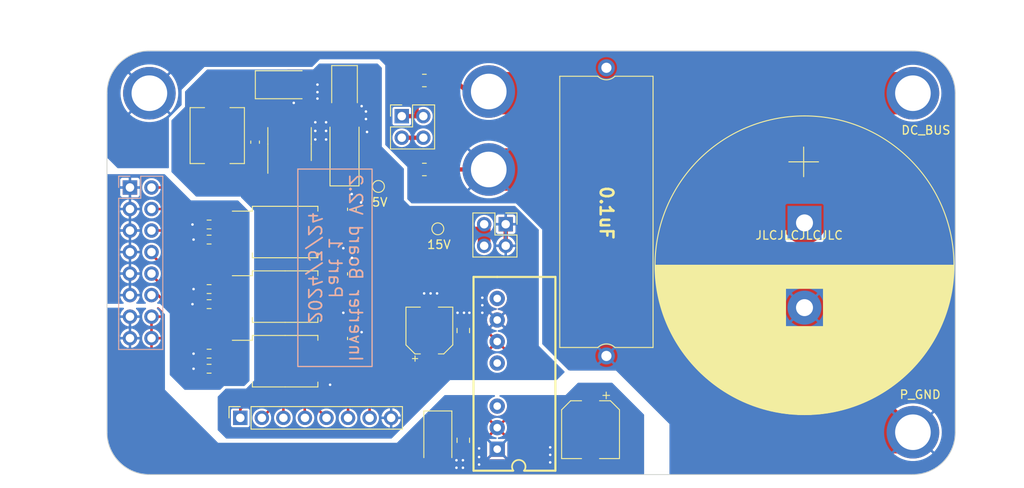
<source format=kicad_pcb>
(kicad_pcb (version 20221018) (generator pcbnew)
  (layers (0 "F.Cu" signal) (31 "B.Cu" signal) (34 "B.Paste" user) (35 "F.Paste" user) (36 "B.SilkS" user "B.Silkscreen") (37 "F.SilkS" user "F.Silkscreen") (38 "B.Mask" user) (39 "F.Mask" user) (44 "Edge.Cuts" user))
  (net 0 "")
  (net 1 "GND")
  (net 2 "+5V1")
  (net 3 "DC_BUS")
  (net 4 "/OPWM1A")
  (net 5 "/OPWM2A")
  (net 6 "/OPWM3A")
  (net 7 "/OPWM1B")
  (net 8 "/OPWM2B")
  (net 9 "/OPWM3B")
  (net 10 "Net-(U2-CB)")
  (net 11 "+15V1")
  (net 12 "/PWM1A_5V")
  (net 13 "Net-(IC1-CATHODE_1)")
  (net 14 "Net-(IC1-CATHODE_2)")
  (net 15 "/PWM2A_5V")
  (net 16 "/PWM3A_5V")
  (net 17 "Net-(IC2-CATHODE_1)")
  (net 18 "Net-(IC2-CATHODE_2)")
  (net 19 "/PWM1B_5V")
  (net 20 "/PWM2B_5V")
  (net 21 "Net-(IC3-CATHODE_1)")
  (net 22 "Net-(IC3-CATHODE_2)")
  (net 23 "/PWM3B_5V")
  (net 24 "AGND")
  (net 25 "/GND_2M")
  (net 26 "/DC_BUS_2M")
  (net 27 "Net-(D2-K)")
  (net 31 "D12VGND")
  (net 32 "D12V1")
  (footprint "Resistor_SMD:R_0805_2012Metric" (layer "F.Cu") (at 101.0625 58.85 180)
    (fp_text reference "R11" hide)
    (fp_text value "2M")
    (pad "1" smd roundrect (at -0.9125 0 180) (size 1.025 1.4) (layers "F.Cu" "F.Paste" "F.Mask") (roundrect_rratio 0.243902439) (net 1 "GND"))
    (pad "2" smd roundrect (at 0.9125 0 180) (size 1.025 1.4) (layers "F.Cu" "F.Paste" "F.Mask") (roundrect_rratio 0.243902439) (net 25 "/GND_2M"))
  )
  (footprint "Package_SO:SOIC-8_3.9x4.9mm_P1.27mm" (layer "F.Cu") (at 85.173 55.85 90)
    (fp_text reference "U2" hide)
    (fp_text value "LM2675M-5.0")
    (pad "1" smd roundrect (at -2.475 -1.905 90) (size 1.95 0.6) (layers "F.Cu" "F.Paste" "F.Mask") (net 10 "Net-(U2-CB)"))
    (pad "2" smd roundrect (at -2.475 -0.635 90) (size 1.95 0.6) (layers "F.Cu" "F.Paste" "F.Mask"))
    (pad "3" smd roundrect (at -2.475 0.635 90) (size 1.95 0.6) (layers "F.Cu" "F.Paste" "F.Mask"))
    (pad "4" smd roundrect (at -2.475 1.905 90) (size 1.95 0.6) (layers "F.Cu" "F.Paste" "F.Mask") (net 2 "+5V1"))
    (pad "5" smd roundrect (at 2.475 1.905 90) (size 1.95 0.6) (layers "F.Cu" "F.Paste" "F.Mask"))
    (pad "6" smd roundrect (at 2.475 0.635 90) (size 1.95 0.6) (layers "F.Cu" "F.Paste" "F.Mask") (net 1 "GND"))
    (pad "7" smd roundrect (at 2.475 -0.635 90) (size 1.95 0.6) (layers "F.Cu" "F.Paste" "F.Mask") (net 11 "+15V1"))
    (pad "8" smd roundrect (at 2.475 -1.905 90) (size 1.95 0.6) (layers "F.Cu" "F.Paste" "F.Mask") (net 27 "Net-(D2-K)"))
  )
  (footprint "inverter_lib:M3_smt" (layer "F.Cu") (at 108.65 58.85)
    (fp_text reference "J15" hide)
    (fp_text value "Header 2")
    (pad "1" thru_hole circle (at 0 0) (size 6.2 6.2) (drill 4.2) (layers "*.Cu" "*.Mask") (net 1 "GND"))
  )
  (footprint "inverter_lib:VRB_S-6WR3" (layer "F.Cu") (at 109.65 91.85 180)
    (fp_text reference "A1" hide)
    (fp_text value "VRB1215S-6WR3" hide)
    (pad "1" thru_hole rect (at 0 0 180) (size 1.8 1.8) (drill 0.9) (layers "*.Cu" "*.Mask") (net 31 "D12VGND"))
    (pad "2" thru_hole circle (at 0 2.54 180) (size 1.8 1.8) (drill 0.9) (layers "*.Cu" "*.Mask") (net 32 "D12V1"))
    (pad "3" thru_hole circle (at 0 5.08 180) (size 1.8 1.8) (drill 0.9) (layers "*.Cu" "*.Mask"))
    (pad "5" thru_hole circle (at 0 10.16 180) (size 1.8 1.8) (drill 0.9) (layers "*.Cu" "*.Mask"))
    (pad "6" thru_hole circle (at 0 12.7 180) (size 1.8 1.8) (drill 0.9) (layers "*.Cu" "*.Mask") (net 11 "+15V1"))
    (pad "7" thru_hole circle (at 0 15.24 180) (size 1.8 1.8) (drill 0.9) (layers "*.Cu" "*.Mask") (net 1 "GND"))
    (pad "8" thru_hole circle (at 0 17.78 180) (size 1.8 1.8) (drill 0.9) (layers "*.Cu" "*.Mask"))
  )
  (footprint "Resistor_SMD:R_0805_2012Metric" (layer "F.Cu") (at 101.0625 48.35 180)
    (fp_text reference "R10" hide)
    (fp_text value "2M")
    (pad "1" smd roundrect (at -0.9125 0 180) (size 1.025 1.4) (layers "F.Cu" "F.Paste" "F.Mask") (roundrect_rratio 0.243902439) (net 3 "DC_BUS"))
    (pad "2" smd roundrect (at 0.9125 0 180) (size 1.025 1.4) (layers "F.Cu" "F.Paste" "F.Mask") (roundrect_rratio 0.243902439) (net 26 "/DC_BUS_2M"))
  )
  (footprint "inverter_lib:M3_smt" (layer "F.Cu") (at 68.65 49.85)
    (fp_text reference "J17" hide)
    (fp_text value "Header 2")
    (pad "1" thru_hole circle (at 0 0) (size 6.2 6.2) (drill 4.2) (layers "*.Cu" "*.Mask") (net 1 "GND"))
  )
  (footprint "inverter_lib:M3_smt" (layer "F.Cu") (at 158.65 49.85)
    (fp_text reference "J6" hide)
    (fp_text value "Header 2")
    (pad "1" thru_hole circle (at 0 0) (size 6.2 6.2) (drill 4.2) (layers "*.Cu" "*.Mask") (net 3 "DC_BUS"))
  )
  (footprint "Package_SO:SOIC-8_7.5x5.85mm_P1.27mm" (layer "F.Cu") (at 84.65 66.23)
    (fp_text reference "IC1" hide)
    (fp_text value "TLP2270_D4-LF4,E")
    (pad "1" smd roundrect (at -5.325 -1.905) (size 1.8 0.6) (layers "F.Cu" "F.Paste" "F.Mask") (net 12 "/PWM1A_5V"))
    (pad "2" smd roundrect (at -5.325 -0.635) (size 1.8 0.6) (layers "F.Cu" "F.Paste" "F.Mask") (net 13 "Net-(IC1-CATHODE_1)"))
    (pad "3" smd roundrect (at -5.325 0.635) (size 1.8 0.6) (layers "F.Cu" "F.Paste" "F.Mask") (net 14 "Net-(IC1-CATHODE_2)"))
    (pad "4" smd roundrect (at -5.325 1.905) (size 1.8 0.6) (layers "F.Cu" "F.Paste" "F.Mask") (net 15 "/PWM2A_5V"))
    (pad "5" smd roundrect (at 5.325 1.905) (size 1.8 0.6) (layers "F.Cu" "F.Paste" "F.Mask") (net 1 "GND"))
    (pad "6" smd roundrect (at 5.325 0.635) (size 1.8 0.6) (layers "F.Cu" "F.Paste" "F.Mask") (net 5 "/OPWM2A"))
    (pad "7" smd roundrect (at 5.325 -0.635) (size 1.8 0.6) (layers "F.Cu" "F.Paste" "F.Mask") (net 4 "/OPWM1A"))
    (pad "8" smd roundrect (at 5.325 -1.905) (size 1.8 0.6) (layers "F.Cu" "F.Paste" "F.Mask") (net 2 "+5V1"))
  )
  (footprint "Connector_PinSocket_2.54mm:PinSocket_2x02_P2.54mm_Vertical" (layer "F.Cu") (at 110.65 65.31)
    (fp_text reference "J4" hide)
    (fp_text value "Conn_01x02_Pin")
    (pad "1" thru_hole rect (at 0 0) (size 1.7 1.7) (drill 1) (layers "*.Cu" "*.Mask") (net 1 "GND"))
    (pad "2" thru_hole oval (at -2.54 0) (size 1.7 1.7) (drill 1) (layers "*.Cu" "*.Mask") (net 11 "+15V1"))
    (pad "3" thru_hole oval (at 0 2.54) (size 1.7 1.7) (drill 1) (layers "*.Cu" "*.Mask") (net 1 "GND"))
    (pad "4" thru_hole oval (at -2.54 2.54) (size 1.7 1.7) (drill 1) (layers "*.Cu" "*.Mask") (net 11 "+15V1"))
  )
  (footprint "Capacitor_SMD:C_0805_2012Metric" (layer "F.Cu") (at 105.65 77.85 -90)
    (fp_text reference "C24" hide)
    (fp_text value "100nF")
    (pad "1" smd roundrect (at -0.95 0 270) (size 1 1.45) (layers "F.Cu" "F.Paste" "F.Mask") (net 1 "GND"))
    (pad "2" smd roundrect (at 0.95 0 270) (size 1 1.45) (layers "F.Cu" "F.Paste" "F.Mask") (net 11 "+15V1"))
  )
  (footprint "Package_SO:SOIC-8_7.5x5.85mm_P1.27mm" (layer "F.Cu") (at 84.65 73.85)
    (fp_text reference "IC2" hide)
    (fp_text value "TLP2270_D4-LF4,E")
    (pad "1" smd roundrect (at -5.325 -1.905) (size 1.8 0.6) (layers "F.Cu" "F.Paste" "F.Mask") (net 16 "/PWM3A_5V"))
    (pad "2" smd roundrect (at -5.325 -0.635) (size 1.8 0.6) (layers "F.Cu" "F.Paste" "F.Mask") (net 17 "Net-(IC2-CATHODE_1)"))
    (pad "3" smd roundrect (at -5.325 0.635) (size 1.8 0.6) (layers "F.Cu" "F.Paste" "F.Mask") (net 18 "Net-(IC2-CATHODE_2)"))
    (pad "4" smd roundrect (at -5.325 1.905) (size 1.8 0.6) (layers "F.Cu" "F.Paste" "F.Mask") (net 19 "/PWM1B_5V"))
    (pad "5" smd roundrect (at 5.325 1.905) (size 1.8 0.6) (layers "F.Cu" "F.Paste" "F.Mask") (net 1 "GND"))
    (pad "6" smd roundrect (at 5.325 0.635) (size 1.8 0.6) (layers "F.Cu" "F.Paste" "F.Mask") (net 7 "/OPWM1B"))
    (pad "7" smd roundrect (at 5.325 -0.635) (size 1.8 0.6) (layers "F.Cu" "F.Paste" "F.Mask") (net 6 "/OPWM3A"))
    (pad "8" smd roundrect (at 5.325 -1.905) (size 1.8 0.6) (layers "F.Cu" "F.Paste" "F.Mask") (net 2 "+5V1"))
  )
  (footprint "Resistor_SMD:R_0603_1608Metric" (layer "F.Cu") (at 75.688 65.341 180)
    (fp_text reference "R1" hide)
    (fp_text value "750R")
    (pad "1" smd roundrect (at -0.825 0 180) (size 0.8 0.95) (layers "F.Cu" "F.Paste" "F.Mask") (net 13 "Net-(IC1-CATHODE_1)"))
    (pad "2" smd roundrect (at 0.825 0 180) (size 0.8 0.95) (layers "F.Cu" "F.Paste" "F.Mask") (net 24 "AGND"))
  )
  (footprint "inverter_lib:M3_smt" (layer "F.Cu") (at 108.65 49.65)
    (fp_text reference "J14" hide)
    (fp_text value "Header 2")
    (pad "1" thru_hole circle (at 0 0) (size 6.2 6.2) (drill 4.2) (layers "*.Cu" "*.Mask") (net 3 "DC_BUS"))
  )
  (footprint "Package_SO:SOIC-8_7.5x5.85mm_P1.27mm" (layer "F.Cu") (at 84.65 81.47)
    (fp_text reference "IC3" hide)
    (fp_text value "TLP2270_D4-LF4,E")
    (pad "1" smd roundrect (at -5.325 -1.905) (size 1.8 0.6) (layers "F.Cu" "F.Paste" "F.Mask") (net 20 "/PWM2B_5V"))
    (pad "2" smd roundrect (at -5.325 -0.635) (size 1.8 0.6) (layers "F.Cu" "F.Paste" "F.Mask") (net 21 "Net-(IC3-CATHODE_1)"))
    (pad "3" smd roundrect (at -5.325 0.635) (size 1.8 0.6) (layers "F.Cu" "F.Paste" "F.Mask") (net 22 "Net-(IC3-CATHODE_2)"))
    (pad "4" smd roundrect (at -5.325 1.905) (size 1.8 0.6) (layers "F.Cu" "F.Paste" "F.Mask") (net 23 "/PWM3B_5V"))
    (pad "5" smd roundrect (at 5.325 1.905) (size 1.8 0.6) (layers "F.Cu" "F.Paste" "F.Mask") (net 1 "GND"))
    (pad "6" smd roundrect (at 5.325 0.635) (size 1.8 0.6) (layers "F.Cu" "F.Paste" "F.Mask") (net 9 "/OPWM3B"))
    (pad "7" smd roundrect (at 5.325 -0.635) (size 1.8 0.6) (layers "F.Cu" "F.Paste" "F.Mask") (net 8 "/OPWM2B"))
    (pad "8" smd roundrect (at 5.325 -1.905) (size 1.8 0.6) (layers "F.Cu" "F.Paste" "F.Mask") (net 2 "+5V1"))
  )
  (footprint "Capacitor_Tantalum_SMD:CP_EIA-3528-21_Kemet-B_Pad1.50x2.35mm_HandSolder" (layer "F.Cu") (at 91.65 49.225 -90)
    (fp_text reference "C35" hide)
    (fp_text value "15uF 50V Tantalum")
    (pad "1" smd roundrect (at -1.625 0 270) (size 1.5 2.35) (layers "F.Cu" "F.Paste" "F.Mask") (roundrect_rratio 0.1666673333) (net 11 "+15V1"))
    (pad "2" smd roundrect (at 1.625 0 270) (size 1.5 2.35) (layers "F.Cu" "F.Paste" "F.Mask") (roundrect_rratio 0.1666673333) (net 1 "GND"))
  )
  (footprint "Connector_PinSocket_2.54mm:PinSocket_2x02_P2.54mm_Vertical" (layer "F.Cu") (at 98.4 52.56 90)
    (fp_text reference "J5" hide)
    (fp_text value "Conn_01x02_Pin")
    (pad "1" thru_hole rect (at 0 0 90) (size 1.7 1.7) (drill 1) (layers "*.Cu" "*.Mask") (net 26 "/DC_BUS_2M"))
    (pad "2" thru_hole oval (at -2.54 0 90) (size 1.7 1.7) (drill 1) (layers "*.Cu" "*.Mask") (net 25 "/GND_2M"))
    (pad "3" thru_hole oval (at 0 2.54 90) (size 1.7 1.7) (drill 1) (layers "*.Cu" "*.Mask") (net 26 "/DC_BUS_2M"))
    (pad "4" thru_hole oval (at -2.54 2.54 90) (size 1.7 1.7) (drill 1) (layers "*.Cu" "*.Mask") (net 25 "/GND_2M"))
  )
  (footprint "Resistor_SMD:R_0603_1608Metric" (layer "F.Cu") (at 75.688 67.119 180)
    (fp_text reference "R2" hide)
    (fp_text value "750R")
    (pad "1" smd roundrect (at -0.825 0 180) (size 0.8 0.95) (layers "F.Cu" "F.Paste" "F.Mask") (net 14 "Net-(IC1-CATHODE_2)"))
    (pad "2" smd roundrect (at 0.825 0 180) (size 0.8 0.95) (layers "F.Cu" "F.Paste" "F.Mask") (net 24 "AGND"))
  )
  (footprint "inverter_lib:M3_smt" (layer "F.Cu") (at 158.65 89.85)
    (fp_text reference "J7" hide)
    (fp_text value "Header 2")
    (pad "1" thru_hole circle (at 0 0) (size 6.2 6.2) (drill 4.2) (layers "*.Cu" "*.Mask") (net 1 "GND"))
  )
  (footprint "Diode_SMD:D_SMA" (layer "F.Cu") (at 84.65 48.85)
    (fp_text reference "D2" hide)
    (fp_text value "1N5819")
    (pad "1" smd roundrect (at -2 0) (size 2.5 1.8) (layers "F.Cu" "F.Paste" "F.Mask") (roundrect_rratio 0.1388888889) (net 27 "Net-(D2-K)"))
    (pad "2" smd roundrect (at 2 0) (size 2.5 1.8) (layers "F.Cu" "F.Paste" "F.Mask") (roundrect_rratio 0.1388888889) (net 1 "GND"))
  )
  (footprint "Diode_SMD:D_SMA" (layer "F.Cu") (at 102.65 90.85 -90)
    (fp_text reference "D4" hide)
    (fp_text value "1N5819")
    (pad "1" smd roundrect (at -2 0 270) (size 2.5 1.8) (layers "F.Cu" "F.Paste" "F.Mask") (roundrect_rratio 0.1388888889) (net 32 "D12V1"))
    (pad "2" smd roundrect (at 2 0 270) (size 2.5 1.8) (layers "F.Cu" "F.Paste" "F.Mask") (roundrect_rratio 0.1388888889) (net 31 "D12VGND"))
  )
  (footprint "Capacitor_SMD:CP_Elec_6.3x7.7" (layer "F.Cu") (at 120.65 89.55 -90)
    (fp_text reference "C23" hide)
    (fp_text value "100uf 50V")
    (pad "1" smd roundrect (at -2.7 0 270) (size 3.5 1.6) (layers "F.Cu" "F.Paste" "F.Mask") (roundrect_rratio 0.15625) (net 32 "D12V1"))
    (pad "2" smd roundrect (at 2.7 0 270) (size 3.5 1.6) (layers "F.Cu" "F.Paste" "F.Mask") (roundrect_rratio 0.15625) (net 31 "D12VGND"))
  )
  (footprint "Resistor_SMD:R_0603_1608Metric" (layer "F.Cu") (at 75.688 74.739 180)
    (fp_text reference "R5" hide)
    (fp_text value "750R")
    (pad "1" smd roundrect (at -0.825 0 180) (size 0.8 0.95) (layers "F.Cu" "F.Paste" "F.Mask") (net 18 "Net-(IC2-CATHODE_2)"))
    (pad "2" smd roundrect (at 0.825 0 180) (size 0.8 0.95) (layers "F.Cu" "F.Paste" "F.Mask") (net 24 "AGND"))
  )
  (footprint "Connector_PinSocket_2.54mm:PinSocket_1x08_P2.54mm_Vertical" (layer "F.Cu") (at 79.366 88.157 90)
    (fp_text reference "J3" hide)
    (fp_text value "Conn_01x08_Pin")
    (pad "1" thru_hole rect (at 0 0 90) (size 1.7 1.7) (drill 1) (layers "*.Cu" "*.Mask") (net 4 "/OPWM1A"))
    (pad "2" thru_hole oval (at 0 2.54 90) (size 1.7 1.7) (drill 1) (layers "*.Cu" "*.Mask") (net 5 "/OPWM2A"))
    (pad "3" thru_hole oval (at 0 5.08 90) (size 1.7 1.7) (drill 1) (layers "*.Cu" "*.Mask") (net 6 "/OPWM3A"))
    (pad "4" thru_hole oval (at 0 7.62 90) (size 1.7 1.7) (drill 1) (layers "*.Cu" "*.Mask") (net 7 "/OPWM1B"))
    (pad "5" thru_hole oval (at 0 10.16 90) (size 1.7 1.7) (drill 1) (layers "*.Cu" "*.Mask") (net 8 "/OPWM2B"))
    (pad "6" thru_hole oval (at 0 12.7 90) (size 1.7 1.7) (drill 1) (layers "*.Cu" "*.Mask") (net 9 "/OPWM3B"))
    (pad "7" thru_hole oval (at 0 15.24 90) (size 1.7 1.7) (drill 1) (layers "*.Cu" "*.Mask") (net 2 "+5V1"))
    (pad "8" thru_hole oval (at 0 17.78 90) (size 1.7 1.7) (drill 1) (layers "*.Cu" "*.Mask") (net 1 "GND"))
  )
  (footprint "Resistor_SMD:R_0603_1608Metric" (layer "F.Cu") (at 75.688 72.961 180)
    (fp_text reference "R4" hide)
    (fp_text value "750R")
    (pad "1" smd roundrect (at -0.825 0 180) (size 0.8 0.95) (layers "F.Cu" "F.Paste" "F.Mask") (net 17 "Net-(IC2-CATHODE_1)"))
    (pad "2" smd roundrect (at 0.825 0 180) (size 0.8 0.95) (layers "F.Cu" "F.Paste" "F.Mask") (net 24 "AGND"))
  )
  (footprint "Capacitor_SMD:C_0603_1608Metric" (layer "F.Cu") (at 92.515 63.55 -90)
    (fp_text reference "C1" hide)
    (fp_text value "100nf")
    (pad "1" smd roundrect (at -0.775 0 270) (size 0.9 0.95) (layers "F.Cu" "F.Paste" "F.Mask") (net 1 "GND"))
    (pad "2" smd roundrect (at 0.775 0 270) (size 0.9 0.95) (layers "F.Cu" "F.Paste" "F.Mask") (net 2 "+5V1"))
  )
  (footprint "Capacitor_SMD:C_0805_2012Metric" (layer "F.Cu") (at 105.65 90.8 90)
    (fp_text reference "C22" hide)
    (fp_text value "100nF")
    (pad "1" smd roundrect (at -0.95 0 90) (size 1 1.45) (layers "F.Cu" "F.Paste" "F.Mask") (net 31 "D12VGND"))
    (pad "2" smd roundrect (at 0.95 0 90) (size 1 1.45) (layers "F.Cu" "F.Paste" "F.Mask") (net 32 "D12V1"))
  )
  (footprint "Capacitor_SMD:CP_Elec_5x5.4" (layer "F.Cu") (at 101.65 77.85 90)
    (fp_text reference "C25" hide)
    (fp_text value "22uf 25V")
    (pad "1" smd roundrect (at -2.2 0 90) (size 3 1.6) (layers "F.Cu" "F.Paste" "F.Mask") (roundrect_rratio 0.15625) (net 11 "+15V1"))
    (pad "2" smd roundrect (at 2.2 0 90) (size 3 1.6) (layers "F.Cu" "F.Paste" "F.Mask") (roundrect_rratio 0.15625) (net 1 "GND"))
  )
  (footprint "TestPoint:TestPoint_Pad_D1.0mm" (layer "F.Cu") (at 102.65 65.85 180)
    (fp_text reference "TP7" hide)
    (fp_text value "Test15V")
    (pad "1" smd circle (at 0 0 180) (size 1 1) (layers "F.Cu" "F.Mask") (net 11 "+15V1"))
  )
  (footprint "Resistor_SMD:R_0603_1608Metric" (layer "F.Cu") (at 75.688 82.359 180)
    (fp_text reference "R9" hide)
    (fp_text value "750R")
    (pad "1" smd roundrect (at -0.825 0 180) (size 0.8 0.95) (layers "F.Cu" "F.Paste" "F.Mask") (net 22 "Net-(IC3-CATHODE_2)"))
    (pad "2" smd roundrect (at 0.825 0 180) (size 0.8 0.95) (layers "F.Cu" "F.Paste" "F.Mask") (net 24 "AGND"))
  )
  (footprint "Capacitor_SMD:C_0603_1608Metric" (layer "F.Cu") (at 92.515 71.17 -90)
    (fp_text reference "C2" hide)
    (fp_text value "100nf")
    (pad "1" smd roundrect (at -0.775 0 270) (size 0.9 0.95) (layers "F.Cu" "F.Paste" "F.Mask") (net 1 "GND"))
    (pad "2" smd roundrect (at 0.775 0 270) (size 0.9 0.95) (layers "F.Cu" "F.Paste" "F.Mask") (net 2 "+5V1"))
  )
  (footprint "self_lib:无感电容" (layer "F.Cu") (at 122.52 63.85)
    (fp_text reference "REF**" hide)
    (fp_text value "无感电容")
    (pad "1" thru_hole circle (at 0 -17) (size 2 2) (drill 1.2) (layers "*.Cu" "*.Mask") (net 3 "DC_BUS"))
    (pad "2" thru_hole circle (at 0 17) (size 2 2) (drill 1.2) (layers "*.Cu" "*.Mask") (net 1 "GND"))
  )
  (footprint "Capacitor_SMD:C_0603_1608Metric" (layer "F.Cu") (at 81.109 55.625 90)
    (fp_text reference "C34" hide)
    (fp_text value "10nF")
    (pad "1" smd roundrect (at -0.775 0 90) (size 0.9 0.95) (layers "F.Cu" "F.Paste" "F.Mask") (net 10 "Net-(U2-CB)"))
    (pad "2" smd roundrect (at 0.775 0 90) (size 0.9 0.95) (layers "F.Cu" "F.Paste" "F.Mask") (net 27 "Net-(D2-K)"))
  )
  (footprint "Capacitor_SMD:C_0603_1608Metric" (layer "F.Cu") (at 92.515 78.79 -90)
    (fp_text reference "C3" hide)
    (fp_text value "100nf")
    (pad "1" smd roundrect (at -0.775 0 270) (size 0.9 0.95) (layers "F.Cu" "F.Paste" "F.Mask") (net 1 "GND"))
    (pad "2" smd roundrect (at 0.775 0 270) (size 0.9 0.95) (layers "F.Cu" "F.Paste" "F.Mask") (net 2 "+5V1"))
  )
  (footprint "Capacitor_Tantalum_SMD:CP_EIA-6032-28_Kemet-C_Pad2.25x2.35mm_HandSolder" (layer "F.Cu") (at 91.65 56.85 90)
    (fp_text reference "C36" hide)
    (fp_text value "68uF 16V Tantalum")
    (pad "1" smd roundrect (at -2.55 0 90) (size 2.25 2.35) (layers "F.Cu" "F.Paste" "F.Mask") (roundrect_rratio 0.1111111111) (net 2 "+5V1"))
    (pad "2" smd roundrect (at 2.55 0 90) (size 2.25 2.35) (layers "F.Cu" "F.Paste" "F.Mask") (roundrect_rratio 0.1111111111) (net 1 "GND"))
  )
  (footprint "Capacitor_THT:CP_Radial_D35.0mm_P10.00mm_SnapIn" (layer "F.Cu") (at 145.87 65.15 -90)
    (fp_text reference "C4" hide)
    (fp_text value "390uF/450V")
    (pad "1" thru_hole rect (at 0 0 270) (size 4 4) (drill 2) (layers "*.Cu" "*.Mask") (net 3 "DC_BUS"))
    (pad "2" thru_hole circle (at 10 0 270) (size 4 4) (drill 2) (layers "*.Cu" "*.Mask") (net 1 "GND"))
  )
  (footprint "Resistor_SMD:R_0603_1608Metric" (layer "F.Cu") (at 75.688 80.581 180)
    (fp_text reference "R8" hide)
    (fp_text value "750R")
    (pad "1" smd roundrect (at -0.825 0 180) (size 0.8 0.95) (layers "F.Cu" "F.Paste" "F.Mask") (net 21 "Net-(IC3-CATHODE_1)"))
    (pad "2" smd roundrect (at 0.825 0 180) (size 0.8 0.95) (layers "F.Cu" "F.Paste" "F.Mask") (net 24 "AGND"))
  )
  (footprint "TestPoint:TestPoint_Pad_D1.0mm" (layer "F.Cu") (at 95.65 60.85)
    (fp_text reference "TP8" hide)
    (fp_text value "Test5V")
    (pad "1" smd circle (at 0 0) (size 1 1) (layers "F.Cu" "F.Mask") (net 2 "+5V1"))
  )
  (footprint "Inductor_SMD:L_6.3x6.3_H3" (layer "F.Cu") (at 76.65 54.85 -90)
    (fp_text reference "L2" hide)
    (fp_text value "47uH")
    (pad "1" smd rect (at -2.75 0 270) (size 1.5 2.4) (layers "F.Cu" "F.Paste" "F.Mask") (net 27 "Net-(D2-K)"))
    (pad "2" smd rect (at 2.75 0 270) (size 1.5 2.4) (layers "F.Cu" "F.Paste" "F.Mask") (net 2 "+5V1"))
  )
  (footprint "Connector_PinSocket_2.54mm:PinSocket_2x08_P2.54mm_Vertical" (layer "B.Cu") (at 66.36 60.975 180)
    (fp_text reference "J1" hide)
    (fp_text value "Conn_02x06_Top_Bottom")
    (pad "1" thru_hole rect (at 0 0 180) (size 1.7 1.7) (drill 1) (layers "*.Cu" "*.Mask") (net 24 "AGND"))
    (pad "2" thru_hole oval (at -2.54 0 180) (size 1.7 1.7) (drill 1) (layers "*.Cu" "*.Mask") (net 12 "/PWM1A_5V"))
    (pad "3" thru_hole oval (at 0 -2.54 180) (size 1.7 1.7) (drill 1) (layers "*.Cu" "*.Mask") (net 24 "AGND"))
    (pad "4" thru_hole oval (at -2.54 -2.54 180) (size 1.7 1.7) (drill 1) (layers "*.Cu" "*.Mask") (net 15 "/PWM2A_5V"))
    (pad "5" thru_hole oval (at 0 -5.08 180) (size 1.7 1.7) (drill 1) (layers "*.Cu" "*.Mask") (net 24 "AGND"))
    (pad "6" thru_hole oval (at -2.54 -5.08 180) (size 1.7 1.7) (drill 1) (layers "*.Cu" "*.Mask") (net 16 "/PWM3A_5V"))
    (pad "7" thru_hole oval (at 0 -7.62 180) (size 1.7 1.7) (drill 1) (layers "*.Cu" "*.Mask") (net 24 "AGND"))
    (pad "8" thru_hole oval (at -2.54 -7.62 180) (size 1.7 1.7) (drill 1) (layers "*.Cu" "*.Mask") (net 19 "/PWM1B_5V"))
    (pad "9" thru_hole oval (at 0 -10.16 180) (size 1.7 1.7) (drill 1) (layers "*.Cu" "*.Mask") (net 24 "AGND"))
    (pad "10" thru_hole oval (at -2.54 -10.16 180) (size 1.7 1.7) (drill 1) (layers "*.Cu" "*.Mask") (net 20 "/PWM2B_5V"))
    (pad "11" thru_hole oval (at 0 -12.7 180) (size 1.7 1.7) (drill 1) (layers "*.Cu" "*.Mask") (net 24 "AGND"))
    (pad "12" thru_hole oval (at -2.54 -12.7 180) (size 1.7 1.7) (drill 1) (layers "*.Cu" "*.Mask") (net 23 "/PWM3B_5V"))
    (pad "13" thru_hole oval (at 0 -15.24 180) (size 1.7 1.7) (drill 1) (layers "*.Cu" "*.Mask") (net 31 "D12VGND"))
    (pad "14" thru_hole oval (at -2.54 -15.24 180) (size 1.7 1.7) (drill 1) (layers "*.Cu" "*.Mask") (net 32 "D12V1"))
    (pad "15" thru_hole oval (at 0 -17.78 180) (size 1.7 1.7) (drill 1) (layers "*.Cu" "*.Mask") (net 31 "D12VGND"))
    (pad "16" thru_hole oval (at -2.54 -17.78 180) (size 1.7 1.7) (drill 1) (layers "*.Cu" "*.Mask") (net 32 "D12V1"))
  )
  (gr_poly (pts (xy 148.291262 52.251699) (arc (start 151.151875 52.251699) (mid 149.104062 53.099931) (end 148.25583 55.147744))) (stroke (width 0.2)) (fill solid) (layer "F.Cu"))
  (gr_poly (pts (xy 143.45 52.29) (arc (start 143.45 55.150613) (mid 142.601768 53.1028) (end 140.553955 52.254568))) (stroke (width 0.2)) (fill solid) (layer "F.Cu"))
  (gr_rect (start 86.15 58.8) (end 94.9 82.1) (stroke (width 0.15)) (fill none) (layer "B.SilkS"))
  (gr_line (start 68.65 44.85) (end 158.65 44.85) (stroke (width 0.1)) (layer "Edge.Cuts"))
  (gr_arc (start 163.65 89.85) (mid 162.185534 93.385534) (end 158.65 94.85) (stroke (width 0.1)) (layer "Edge.Cuts"))
  (gr_line (start 158.65 94.85) (end 68.65 94.85) (stroke (width 0.1)) (layer "Edge.Cuts"))
  (gr_line (start 63.65 89.85) (end 63.65 49.85) (stroke (width 0.1)) (layer "Edge.Cuts"))
  (gr_arc (start 68.65 94.85) (mid 65.114466 93.385534) (end 63.65 89.85) (stroke (width 0.1)) (layer "Edge.Cuts"))
  (gr_arc (start 63.65 49.85) (mid 65.114466 46.314466) (end 68.65 44.85) (stroke (width 0.1)) (layer "Edge.Cuts"))
  (gr_line (start 163.65 49.85) (end 163.65 89.85) (stroke (width 0.1)) (layer "Edge.Cuts"))
  (gr_arc (start 158.65 44.85) (mid 162.185534 46.314466) (end 163.65 49.85) (stroke (width 0.1)) (layer "Edge.Cuts"))
  (gr_text "Inverter Board V2.2\nPart 1\n2024/3/24" (at 87.25 70.45 270) (layer "B.SilkS") (effects (font (size 1.5 1.5) (thickness 0.2) bold) (justify bottom mirror)))
  (gr_text "DC_BUS\n" (at 157.2 54.8) (layer "F.SilkS") (effects (font (size 1 1)) (justify left bottom)))
  (gr_text "P_GND" (at 157 86) (layer "F.SilkS") (effects (font (size 1 1)) (justify left bottom)))
  (gr_text "15V" (at 101.3 68.3) (layer "F.SilkS") (effects (font (size 1 1)) (justify left bottom)))
  (gr_text "5V" (at 94.8 63.3) (layer "F.SilkS") (effects (font (size 1 1)) (justify left bottom)))
  (gr_text "0.1uF" (at 121.65 60.66 270) (layer "F.SilkS") (effects (font (size 1.5 1.5) (thickness 0.3) bold) (justify left bottom)))
  (gr_text "JLCJLCJLCJLC" (at 140 67.2) (layer "F.SilkS") (effects (font (size 1 1)) (justify left bottom)))
  (segment (start 89.975 84.225) (end 89.95 84.25) (width 0.5) (layer "F.Cu") (net 1))
  (segment (start 120.82 66.079) (end 120.82 78.69) (width 5) (layer "F.Cu") (net 1))
  (segment (start 144.69 76.33) (end 145.87 75.15) (width 5) (layer "F.Cu") (net 1))
  (segment (start 89.975 75.755) (end 91.507 75.755) (width 0.3) (layer "F.Cu") (net 1))
  (segment (start 91.507 68.135) (end 91.51 68.138) (width 0.3) (layer "F.Cu") (net 1))
  (segment (start 89.975 68.135) (end 91.507 68.135) (width 0.3) (layer "F.Cu") (net 1))
  (segment (start 122.52 80.85) (end 120.82 79.15) (width 3) (layer "F.Cu") (net 1))
  (segment (start 93.64 78.015) (end 93.669 78.044) (width 0.3) (layer "F.Cu") (net 1))
  (segment (start 101.975 58.85) (end 108.65 58.85) (width 0.5) (layer "F.Cu") (net 1))
  (segment (start 92.515 78.015) (end 93.64 78.015) (width 0.3) (layer "F.Cu") (net 1))
  (segment (start 144.69 78.69) (end 144.69 76.33) (width 5) (layer "F.Cu") (net 1))
  (segment (start 92.515 61.765) (end 92.5 61.75) (width 0.3) (layer "F.Cu") (net 1))
  (segment (start 120.82 79.15) (end 120.82 78.69) (width 3) (layer "F.Cu") (net 1))
  (segment (start 155.85 89.85) (end 158.65 89.85) (width 5) (layer "F.Cu") (net 1))
  (segment (start 92.515 70.395) (end 92.515 69.292) (width 0.3) (layer "F.Cu") (net 1))
  (segment (start 108.65 58.85) (end 113.591 58.85) (width 5) (layer "F.Cu") (net 1))
  (segment (start 113.591 58.85) (end 120.82 66.079) (width 5) (layer "F.Cu") (net 1))
  (segment (start 92.515 69.292) (end 92.526 69.281) (width 0.3) (layer "F.Cu") (net 1))
  (segment (start 93.575 62.775) (end 93.6 62.75) (width 0.3) (layer "F.Cu") (net 1))
  (segment (start 110.65 65.31) (end 110.65 67.85) (width 0.5) (layer "F.Cu") (net 1))
  (segment (start 92.515 62.775) (end 93.575 62.775) (width 0.3) (layer "F.Cu") (net 1))
  (segment (start 120.82 78.69) (end 144.69 78.69) (width 5) (layer "F.Cu") (net 1))
  (segment (start 92.515 62.775) (end 92.515 61.765) (width 0.3) (layer "F.Cu") (net 1))
  (segment (start 144.69 78.69) (end 155.85 89.85) (width 5) (layer "F.Cu") (net 1))
  (segment (start 91.507 75.755) (end 91.51 75.758) (width 0.3) (layer "F.Cu") (net 1))
  (segment (start 89.975 83.375) (end 89.975 84.225) (width 0.5) (layer "F.Cu") (net 1))
  (via (at 88.462 49.723) (size 0.5) (drill 0.3) (layers "F.Cu" "B.Cu") (net 1))
  (via (at 107.893 75.758) (size 0.5) (drill 0.3) (layers "F.Cu" "B.Cu") (net 1))
  (via (at 107.893 73.98) (size 0.5) (drill 0.3) (layers "F.Cu" "B.Cu") (net 1))
  (via (at 106.369 75.758) (size 0.5) (drill 0.3) (layers "F.Cu" "B.Cu") (net 1))
  (via (at 85.668 50.993) (size 0.5) (drill 0.3) (layers "F.Cu" "B.Cu") (net 1))
  (via (at 93.6 62.75) (size 0.5) (drill 0.3) (layers "F.Cu" "B.Cu") (net 1))
  (via (at 102.559 73.472) (size 0.5) (drill 0.3) (layers "F.Cu" "B.Cu") (net 1))
  (via (at 88.462 48.834) (size 0.5) (drill 0.3) (layers "F.Cu" "B.Cu") (net 1))
  (via (at 105.734 75.758) (size 0.5) (drill 0.3) (layers "F.Cu" "B.Cu") (net 1))
  (via (at 88.208 53.279) (size 0.5) (drill 0.3) (layers "F.Cu" "B.Cu") (net 1))
  (via (at 88.462 50.485) (size 0.5) (drill 0.3) (layers "F.Cu" "B.Cu") (net 1))
  (via (at 93.669 51.374) (size 0.5) (drill 0.3) (layers "F.Cu" "B.Cu") (net 1))
  (via (at 101.797 73.472) (size 0.5) (drill 0.3) (layers "F.Cu" "B.Cu") (net 1))
  (via (at 94.177 52.898) (size 0.5) (drill 0.3) (layers "F.Cu" "B.Cu") (net 1))
  (via (at 93.669 78.044) (size 0.5) (drill 0.3) (layers "F.Cu" "B.Cu") (net 1))
  (via (at 104.972 75.758) (size 0.5) (drill 0.3) (layers "F.Cu" "B.Cu") (net 1))
  (via (at 91.51 75.758) (size 0.5) (drill 0.3) (layers "F.Cu" "B.Cu") (net 1))
  (via (at 89.478 54.295) (size 0.5) (drill 0.3) (layers "F.Cu" "B.Cu") (net 1))
  (via (at 88.208 54.295) (size 0.5) (drill 0.3) (layers "F.Cu" "B.Cu") (net 1))
  (via (at 94.304 54.422) (size 0.5) (drill 0.3) (layers "F.Cu" "B.Cu") (net 1))
  (via (at 101.035 73.472) (size 0.5) (drill 0.3) (layers "F.Cu" "B.Cu") (net 1))
  (via (at 89.478 55.311) (size 0.5) (drill 0.3) (layers "F.Cu" "B.Cu") (net 1))
  (via (at 91.51 68.138) (size 0.5) (drill 0.3) (layers "F.Cu" "B.Cu") (net 1))
  (via (at 89.95 84.25) (size 0.5) (drill 0.3) (layers "F.Cu" "B.Cu") (net 1))
  (via (at 89.478 53.279) (size 0.5) (drill 0.3) (layers "F.Cu" "B.Cu") (net 1))
  (via (at 92.5 61.75) (size 0.5) (drill 0.3) (layers "F.Cu" "B.Cu") (net 1))
  (via (at 94.177 52.009) (size 0.5) (drill 0.3) (layers "F.Cu" "B.Cu") (net 1))
  (via (at 92.526 69.281) (size 0.5) (drill 0.3) (layers "F.Cu" "B.Cu") (net 1))
  (via (at 107.893 74.869) (size 0.5) (drill 0.3) (layers "F.Cu" "B.Cu") (net 1))
  (via (at 88.208 55.311) (size 0.5) (drill 0.3) (layers "F.Cu" "B.Cu") (net 1))
  (segment (start 92.999529 79.568) (end 94.606 79.568) (width 0.3) (layer "F.Cu") (net 2))
  (segment (start 94.606 88.157) (end 94.606 71.361) (width 0.3) (layer "F.Cu") (net 2))
  (segment (start 93.545 71.945) (end 95.193 70.297) (width 0.3) (layer "F.Cu") (net 2))
  (segment (start 92.515 79.565) (end 92.996529 79.565) (width 0.3) (layer "F.Cu") (net 2))
  (segment (start 92.996529 79.565) (end 92.999529 79.568) (width 0.3) (layer "F.Cu") (net 2))
  (segment (start 94.3675 71.1225) (end 93.545 71.945) (width 0.3) (layer "F.Cu") (net 2))
  (segment (start 95.193 70.297) (end 95.193 64.074) (width 0.3) (layer "F.Cu") (net 2))
  (segment (start 89.975 79.565) (end 92.515 79.565) (width 0.3) (layer "F.Cu") (net 2))
  (segment (start 94.606 71.361) (end 94.3675 71.1225) (width 0.3) (layer "F.Cu") (net 2))
  (segment (start 92.515 71.945) (end 93.545 71.945) (width 0.3) (layer "F.Cu") (net 2))
  (segment (start 89.975 64.325) (end 92.515 64.325) (width 0.3) (layer "F.Cu") (net 2))
  (segment (start 89.975 71.945) (end 92.515 71.945) (width 0.3) (layer "F.Cu") (net 2))
  (segment (start 104.742 48.35) (end 106.042 49.65) (width 0.5) (layer "F.Cu") (net 3))
  (segment (start 146.14 49.85) (end 158.65 49.85) (width 5) (layer "F.Cu") (net 3))
  (segment (start 146.14 49.85) (end 145.87 50.12) (width 5) (layer "F.Cu") (net 3))
  (segment (start 145.87 50.12) (end 145.87 65.15) (width 5) (layer "F.Cu") (net 3))
  (segment (start 122.52 46.85) (end 122.52 49.73) (width 3) (layer "F.Cu") (net 3))
  (segment (start 108.85 49.85) (end 108.65 49.65) (width 5) (layer "F.Cu") (net 3))
  (segment (start 122.4 49.85) (end 108.85 49.85) (width 5) (layer "F.Cu") (net 3))
  (segment (start 134.69 49.85) (end 146.14 49.85) (width 5) (layer "F.Cu") (net 3))
  (segment (start 101.975 48.35) (end 104.742 48.35) (width 0.5) (layer "F.Cu") (net 3))
  (segment (start 106.042 49.65) (end 108.65 49.65) (width 0.5) (layer "F.Cu") (net 3))
  (segment (start 134.69 49.85) (end 122.4 49.85) (width 5) (layer "F.Cu") (net 3))
  (segment (start 122.52 49.73) (end 122.4 49.85) (width 3) (layer "F.Cu") (net 3))
  (segment (start 81.4742 85.0288) (end 81.4742 70.9488) (width 0.3) (layer "F.Cu") (net 4))
  (segment (start 79.366 88.157) (end 79.366 87.137) (width 0.3) (layer "F.Cu") (net 4))
  (segment (start 79.366 87.137) (end 81.4742 85.0288) (width 0.3) (layer "F.Cu") (net 4))
  (segment (start 81.4742 70.9488) (end 86.828 65.595) (width 0.3) (layer "F.Cu") (net 4))
  (segment (start 86.828 65.595) (end 89.975 65.595) (width 0.3) (layer "F.Cu") (net 4))
  (segment (start 83.049 87.014) (end 83.049 71.0526) (width 0.3) (layer "F.Cu") (net 5))
  (segment (start 81.906 88.157) (end 83.049 87.014) (width 0.3) (layer "F.Cu") (net 5))
  (segment (start 83.049 71.0526) (end 87.2366 66.865) (width 0.3) (layer "F.Cu") (net 5))
  (segment (start 87.2366 66.865) (end 89.975 66.865) (width 0.3) (layer "F.Cu") (net 5))
  (segment (start 84.446 76.853) (end 84.446 88.157) (width 0.3) (layer "F.Cu") (net 6))
  (segment (start 88.084 73.215) (end 84.446 76.853) (width 0.3) (layer "F.Cu") (net 6))
  (segment (start 89.975 73.215) (end 88.084 73.215) (width 0.3) (layer "F.Cu") (net 6))
  (segment (start 88.1764 74.485) (end 86.966 75.6954) (width 0.3) (layer "F.Cu") (net 7))
  (segment (start 86.966 75.6954) (end 86.966 88.137) (width 0.3) (layer "F.Cu") (net 7))
  (segment (start 86.966 88.137) (end 86.986 88.157) (width 0.3) (layer "F.Cu") (net 7))
  (segment (start 89.975 74.485) (end 88.1764 74.485) (width 0.3) (layer "F.Cu") (net 7))
  (segment (start 89.975 80.835) (end 88.9638 80.835) (width 0.3) (layer "F.Cu") (net 8))
  (segment (start 88.4592 87.0902) (end 89.526 88.157) (width 0.3) (layer "F.Cu") (net 8))
  (segment (start 88.4592 81.3396) (end 88.4592 87.0902) (width 0.3) (layer "F.Cu") (net 8))
  (segment (start 88.9638 80.835) (end 88.4592 81.3396) (width 0.3) (layer "F.Cu") (net 8))
  (segment (start 91.284 82.105) (end 92.066 82.887) (width 0.3) (layer "F.Cu") (net 9))
  (segment (start 92.066 82.887) (end 92.066 88.157) (width 0.3) (layer "F.Cu") (net 9))
  (segment (start 89.975 82.105) (end 91.284 82.105) (width 0.3) (layer "F.Cu") (net 9))
  (segment (start 81.109 56.4) (end 81.109 57.809) (width 0.3) (layer "F.Cu") (net 10))
  (segment (start 83.243 58.35) (end 83.268 58.325) (width 0.3) (layer "F.Cu") (net 10))
  (segment (start 81.65 58.35) (end 83.243 58.35) (width 0.3) (layer "F.Cu") (net 10))
  (segment (start 81.109 57.809) (end 81.65 58.35) (width 0.3) (layer "F.Cu") (net 10))
  (segment (start 91.65 47.6) (end 93.1 47.6) (width 0.5) (layer "F.Cu") (net 11))
  (segment (start 107.57 65.85) (end 102.1 65.85) (width 0.5) (layer "F.Cu") (net 11))
  (segment (start 102.1 65.85) (end 102.65 65.85) (width 0.5) (layer "F.Cu") (net 11))
  (segment (start 97.6 78.95) (end 98.8 80.15) (width 0.5) (layer "F.Cu") (net 11))
  (segment (start 108.11 65.31) (end 107.57 65.85) (width 0.5) (layer "F.Cu") (net 11))
  (segment (start 98.05 59.15) (end 98.05 64.45) (width 0.5) (layer "F.Cu") (net 11))
  (segment (start 89.7 47.3) (end 85.05 47.3) (width 0.5) (layer "F.Cu") (net 11))
  (segment (start 100.4 71.25) (end 97.6 74.05) (width 0.5) (layer "F.Cu") (net 11))
  (segment (start 90 47.6) (end 89.7 47.3) (width 0.5) (layer "F.Cu") (net 11))
  (segment (start 101.55 80.15) (end 101.65 80.05) (width 0.5) (layer "F.Cu") (net 11))
  (segment (start 97.6 74.05) (end 97.6 78.95) (width 0.5) (layer "F.Cu") (net 11))
  (segment (start 95.5 50) (end 95.5 56.6) (width 0.5) (layer "F.Cu") (net 11))
  (segment (start 100.4 65.85) (end 102.1 65.85) (width 0.5) (layer "F.Cu") (net 11))
  (segment (start 98.05 64.45) (end 99.45 65.85) (width 0.5) (layer "F.Cu") (net 11))
  (segment (start 108.11 65.31) (end 108.11 67.85) (width 1.5) (layer "F.Cu") (net 11))
  (segment (start 91.65 47.6) (end 90 47.6) (width 0.5) (layer "F.Cu") (net 11))
  (segment (start 99.45 65.85) (end 100.4 65.85) (width 0.5) (layer "F.Cu") (net 11))
  (segment (start 84.538 47.812) (end 84.538 53.375) (width 0.5) (layer "F.Cu") (net 11))
  (segment (start 95.5 56.6) (end 98.05 59.15) (width 0.5) (layer "F.Cu") (net 11))
  (segment (start 100.4 65.85) (end 100.4 71.25) (width 0.5) (layer "F.Cu") (net 11))
  (segment (start 93.1 47.6) (end 95.5 50) (width 0.5) (layer "F.Cu") (net 11))
  (segment (start 98.8 80.15) (end 101.55 80.15) (width 0.5) (layer "F.Cu") (net 11))
  (segment (start 85.05 47.3) (end 84.538 47.812) (width 0.5) (layer "F.Cu") (net 11))
  (segment (start 68.9 60.975) (end 71.275 60.975) (width 0.3) (layer "F.Cu") (net 12))
  (segment (start 74.625 64.325) (end 79.325 64.325) (width 0.3) (layer "F.Cu") (net 12))
  (segment (start 71.275 60.975) (end 74.625 64.325) (width 0.3) (layer "F.Cu") (net 12))
  (segment (start 77.791 65.341) (end 76.513 65.341) (width 0.3) (layer "F.Cu") (net 13))
  (segment (start 78.045 65.595) (end 77.791 65.341) (width 0.3) (layer "F.Cu") (net 13))
  (segment (start 79.325 65.595) (end 78.045 65.595) (width 0.3) (layer "F.Cu") (net 13))
  (segment (start 77.797 67.119) (end 78.051 66.865) (width 0.3) (layer "F.Cu") (net 14))
  (segment (start 76.513 67.119) (end 77.797 67.119) (width 0.3) (layer "F.Cu") (net 14))
  (segment (start 78.051 66.865) (end 79.325 66.865) (width 0.3) (layer "F.Cu") (net 14))
  (segment (start 70.465 63.515) (end 72.85 65.9) (width 0.3) (layer "F.Cu") (net 15))
  (segment (start 68.9 63.515) (end 70.465 63.515) (width 0.3) (layer "F.Cu") (net 15))
  (segment (start 72.85 65.9) (end 72.85 66.963529) (width 0.3) (layer "F.Cu") (net 15))
  (segment (start 74.021471 68.135) (end 79.325 68.135) (width 0.3) (layer "F.Cu") (net 15))
  (segment (start 72.85 66.963529) (end 74.021471 68.135) (width 0.3) (layer "F.Cu") (net 15))
  (segment (start 71.35 67.2) (end 71.35 69.3) (width 0.3) (layer "F.Cu") (net 16))
  (segment (start 68.9 66.055) (end 70.205 66.055) (width 0.3) (layer "F.Cu") (net 16))
  (segment (start 73.995 71.945) (end 79.325 71.945) (width 0.3) (layer "F.Cu") (net 16))
  (segment (start 71.35 69.3) (end 73.995 71.945) (width 0.3) (layer "F.Cu") (net 16))
  (segment (start 70.205 66.055) (end 71.35 67.2) (width 0.3) (layer "F.Cu") (net 16))
  (segment (start 77.791 72.961) (end 78.048 73.218) (width 0.3) (layer "F.Cu") (net 17))
  (segment (start 79.322 73.218) (end 79.325 73.215) (width 0.3) (layer "F.Cu") (net 17))
  (segment (start 76.513 72.961) (end 77.791 72.961) (width 0.3) (layer "F.Cu") (net 17))
  (segment (start 78.048 73.218) (end 79.322 73.218) (width 0.3) (layer "F.Cu") (net 17))
  (segment (start 77.924 74.739) (end 78.178 74.485) (width 0.3) (layer "F.Cu") (net 18))
  (segment (start 76.513 74.739) (end 77.924 74.739) (width 0.3) (layer "F.Cu") (net 18))
  (segment (start 78.178 74.485) (end 79.325 74.485) (width 0.3) (layer "F.Cu") (net 18))
  (segment (start 78.095 75.755) (end 79.325 75.755) (width 0.3) (layer "F.Cu") (net 19))
  (segment (start 73.13 73.63) (end 73.13 75.23) (width 0.3) (layer "F.Cu") (net 19))
  (segment (start 74.75 76.85) (end 77 76.85) (width 0.3) (layer "F.Cu") (net 19))
  (segment (start 77 76.85) (end 78.095 75.755) (width 0.3) (layer "F.Cu") (net 19))
  (segment (start 70.4 70.355529) (end 70.4 70.9) (width 0.3) (layer "F.Cu") (net 19))
  (segment (start 70.4 70.9) (end 73.13 73.63) (width 0.3) (layer "F.Cu") (net 19))
  (segment (start 73.13 75.23) (end 74.75 76.85) (width 0.3) (layer "F.Cu") (net 19))
  (segment (start 68.9 68.595) (end 68.9 68.855529) (width 0.3) (layer "F.Cu") (net 19))
  (segment (start 68.9 68.855529) (end 70.4 70.355529) (width 0.3) (layer "F.Cu") (net 19))
  (segment (start 68.9 71.135) (end 68.9 71.3) (width 0.3) (layer "F.Cu") (net 20))
  (segment (start 68.9 71.3) (end 72.35 74.75) (width 0.3) (layer "F.Cu") (net 20))
  (segment (start 75.715 79.565) (end 79.325 79.565) (width 0.3) (layer "F.Cu") (net 20))
  (segment (start 72.35 74.75) (end 72.35 76.2) (width 0.3) (layer "F.Cu") (net 20))
  (segment (start 72.35 76.2) (end 75.715 79.565) (width 0.3) (layer "F.Cu") (net 20))
  (segment (start 77.9182 80.835) (end 79.325 80.835) (width 0.3) (layer "F.Cu") (net 21))
  (segment (start 77.6642 80.581) (end 77.9182 80.835) (width 0.3) (layer "F.Cu") (net 21))
  (segment (start 76.513 80.581) (end 77.6642 80.581) (width 0.3) (layer "F.Cu") (net 21))
  (segment (start 77.6608 82.105) (end 79.325 82.105) (width 0.3) (layer "F.Cu") (net 22))
  (segment (start 77.4068 82.359) (end 77.6608 82.105) (width 0.3) (layer "F.Cu") (net 22))
  (segment (start 76.513 82.359) (end 77.4068 82.359) (width 0.3) (layer "F.Cu") (net 22))
  (segment (start 71.65 75.65) (end 71.65 82.15) (width 0.3) (layer "F.Cu") (net 23))
  (segment (start 68.9 73.675) (end 69.675 73.675) (width 0.3) (layer "F.Cu") (net 23))
  (segment (start 69.675 73.675) (end 71.65 75.65) (width 0.3) (layer "F.Cu") (net 23))
  (segment (start 72.875 83.375) (end 79.325 83.375) (width 0.3) (layer "F.Cu") (net 23))
  (segment (start 71.65 82.15) (end 72.875 83.375) (width 0.3) (layer "F.Cu") (net 23))
  (segment (start 73.86 67.119) (end 73.857 67.122) (width 0.3) (layer "F.Cu") (net 24))
  (segment (start 74.863 72.961) (end 73.86 72.961) (width 0.3) (layer "F.Cu") (net 24))
  (segment (start 74.863 74.739) (end 73.733 74.739) (width 0.3) (layer "F.Cu") (net 24))
  (segment (start 74.863 82.359) (end 73.86 82.359) (width 0.3) (layer "F.Cu") (net 24))
  (segment (start 73.86 82.359) (end 73.857 82.362) (width 0.3) (layer "F.Cu") (net 24))
  (segment (start 73.86 72.961) (end 73.857 72.964) (width 0.3) (layer "F.Cu") (net 24))
  (segment (start 73.86 80.581) (end 73.857 80.584) (width 0.3) (layer "F.Cu") (net 24))
  (segment (start 73.733 65.341) (end 73.73 65.344) (width 0.3) (layer "F.Cu") (net 24))
  (segment (start 74.863 65.341) (end 73.733 65.341) (width 0.3) (layer "F.Cu") (net 24))
  (segment (start 74.863 80.581) (end 73.86 80.581) (width 0.3) (layer "F.Cu") (net 24))
  (segment (start 73.733 74.739) (end 73.73 74.742) (width 0.3) (layer "F.Cu") (net 24))
  (segment (start 74.863 67.119) (end 73.86 67.119) (width 0.3) (layer "F.Cu") (net 24))
  (via (at 73.857 72.964) (size 0.5) (drill 0.3) (layers "F.Cu" "B.Cu") (net 24))
  (via (at 73.857 82.362) (size 0.5) (drill 0.3) (layers "F.Cu" "B.Cu") (net 24))
  (via (at 73.857 80.584) (size 0.5) (drill 0.3) (layers "F.Cu" "B.Cu") (net 24))
  (via (at 73.857 67.122) (size 0.5) (drill 0.3) (layers "F.Cu" "B.Cu") (net 24))
  (via (at 73.73 65.344) (size 0.5) (drill 0.3) (layers "F.Cu" "B.Cu") (net 24))
  (via (at 73.73 74.742) (size 0.5) (drill 0.3) (layers "F.Cu" "B.Cu") (net 24))
  (segment (start 99.638 55.1) (end 99.638 57.216) (width 0.5) (layer "F.Cu") (net 25))
  (segment (start 100.15 57.728) (end 100.15 58.85) (width 0.5) (layer "F.Cu") (net 25))
  (segment (start 99.638 57.216) (end 100.15 57.728) (width 0.5) (layer "F.Cu") (net 25))
  (segment (start 98.4 55.1) (end 99.638 55.1) (width 0.5) (layer "F.Cu") (net 25))
  (segment (start 99.638 55.1) (end 100.94 55.1) (width 0.5) (layer "F.Cu") (net 25))
  (segment (start 100.15 48.35) (end 100.15 52.429) (width 0.5) (layer "F.Cu") (net 26))
  (segment (start 100.019 52.56) (end 100.94 52.56) (width 0.5) (layer "F.Cu") (net 26))
  (segment (start 100.15 52.429) (end 100.019 52.56) (width 0.5) (layer "F.Cu") (net 26))
  (segment (start 98.4 52.56) (end 100.019 52.56) (width 0.5) (layer "F.Cu") (net 26))
  (via (at 107.512 93.665) (size 0.5) (drill 0.3) (layers "F.Cu" "B.Cu") (net 31))
  (via (at 115.894 91.633) (size 0.5) (drill 0.3) (layers "F.Cu" "B.Cu") (net 31))
  (via (at 115.894 93.411) (size 0.5) (drill 0.3) (layers "F.Cu" "B.Cu") (net 31))
  (via (at 107.512 92.776) (size 0.5) (drill 0.3) (layers "F.Cu" "B.Cu") (net 31))
  (via (at 104.845 94.046) (size 0.5) (drill 0.3) (layers "F.Cu" "B.Cu") (net 31))
  (via (at 104.845 93.157) (size 0.5) (drill 0.3) (layers "F.Cu" "B.Cu") (net 31))
  (via (at 107.512 91.76) (size 0.5) (drill 0.3) (layers "F.Cu" "B.Cu") (net 31))
  (via (at 105.607 93.157) (size 0.5) (drill 0.3) (layers "F.Cu" "B.Cu") (net 31))
  (via (at 115.894 92.522) (size 0.5) (drill 0.3) (layers "F.Cu" "B.Cu") (net 31))
  (via (at 105.607 94.046) (size 0.5) (drill 0.3) (layers "F.Cu" "B.Cu") (net 31))
  (zone (net 2) (net_name "+5V1") (layer "F.Cu") (priority 3) (connect_pads (clearance 0.25)) (min_thickness 0.2) (fill yes (thermal_gap 0.3) (thermal_bridge_width 0.3))
    (polygon (pts (xy 73.35 53.45) (xy 78.1 53.45) (xy 79.8 55.15) (xy 79.8 58.65) (xy 81.05 59.9) (xy 85.95 59.9) (xy 86.5 59.35) (xy 86.5 57.05) (xy 86.65 56.9) (xy 94.6 56.9) (xy 96.95 59.25) (xy 96.95 63.7) (xy 95.7 64.95) (xy 83.2 64.95) (xy 79.65 61.4) (xy 74 61.4) (xy 73.35 60.75)))
  )
  (zone (net 31) (net_name "D12VGND") (layer "F.Cu") (priority 9) (connect_pads (clearance 0.25)) (min_thickness 0.2) (fill yes (thermal_gap 0.3) (thermal_bridge_width 0.3))
    (polygon (pts (xy 101.13 91.47) (xy 101.13 94.21) (xy 101.67 94.75) (xy 122.74 94.75) (xy 123.2 94.29) (xy 123.2 91.09) (xy 122.22 90.11) (xy 119.31 90.11) (xy 118.39 91.03) (xy 101.57 91.03)))
  )
  (zone (net 27) (net_name "Net-(D2-K)") (layer "F.Cu") (priority 4) (connect_pads (clearance 0.25)) (min_thickness 0.2) (fill yes (thermal_gap 0.3) (thermal_bridge_width 0.3))
    (polygon (pts (xy 74.1 52.95) (xy 78.35 52.95) (xy 80.05 54.65) (xy 80.05 55.15) (xy 80.4 55.5) (xy 82.8 55.5) (xy 83.75 54.55) (xy 83.75 49.8) (xy 83.95 49.6) (xy 83.95 47.95) (xy 83.55 47.55) (xy 75.8 47.55) (xy 73.3 50.05) (xy 73.3 52.15)))
  )
  (zone (net 1) (net_name "GND") (layer "F.Cu") (priority 5) (connect_pads (clearance 0.25)) (min_thickness 0.2) (fill yes (thermal_gap 0.3) (thermal_bridge_width 0.3))
    (polygon (pts (xy 85.25 47.95) (xy 85.6 47.6) (xy 87.85 47.6) (xy 88.8 48.55) (xy 88.8 49.55) (xy 89.15 49.9) (xy 92.65 49.9) (xy 94.6 51.85) (xy 94.6 54.7) (xy 93.55 55.75) (xy 86.75 55.75) (xy 85.25 54.25)))
  )
  (zone (net 11) (net_name "+15V1") (layer "F.Cu") (priority 7) (connect_pads (clearance 0.25)) (min_thickness 0.2) (fill yes (thermal_gap 0.3) (thermal_bridge_width 0.3))
    (polygon (pts (xy 100.8 78.05) (xy 105.3 78.05) (xy 105.9 78.05) (xy 110.25 78.05) (xy 110.85 78.65) (xy 110.85 80.1) (xy 110.45 80.5) (xy 104.6 80.5) (xy 102.8 82.3) (xy 100.2 82.3) (xy 100.2 78.65)))
  )
  (zone (net 32) (net_name "D12V1") (layer "F.Cu") (priority 8) (connect_pads (clearance 0.25)) (min_thickness 0.2) (fill yes (thermal_gap 0.3) (thermal_bridge_width 0.3))
    (polygon (pts (xy 101.25 89.4) (xy 102.4 90.55) (xy 108.15 90.55) (xy 108.35 90.35) (xy 112.35 90.35) (xy 112.775 90.025) (xy 118.125 90.025) (xy 119.4 88.75) (xy 122.65 88.75) (xy 122.65 84.7) (xy 122.4 84.45) (xy 119.35 84.45) (xy 116.85 86.95) (xy 102.35 86.95) (xy 101.25 88.05)))
  )
  (zone (net 32) (net_name "D12V1") (layer "F.Cu") (priority 10) (connect_pads (clearance 0.25)) (min_thickness 0.2) (fill yes (thermal_gap 0.3) (thermal_bridge_width 0.3))
    (polygon (pts (xy 104.35 86.95) (xy 104.35 90.55) (xy 101.5 90.55) (xy 100.45 91.6) (xy 100.45 93.304412) (xy 98.919355 94.7) (xy 68.65 94.7) (xy 66 92.05) (xy 66 81.95) (xy 67.63 80.32) (xy 67.63 75.42) (xy 67.95 75.1) (xy 69.73 75.1) (xy 70.29 75.66) (xy 70.29 85.29) (xy 77.25 92.25) (xy 97.35 92.25) (xy 98.35 91.25) (xy 98.35 90.75) (xy 102.15 86.95)))
  )
  (zone (net 1) (net_name "GND") (layer "F.Cu") (priority 6) (connect_pads (clearance 0.25)) (min_thickness 0.2) (fill yes (thermal_gap 0.3) (thermal_bridge_width 0.3))
    (polygon (pts (xy 100.45 76.85) (xy 101.25 77.65) (xy 110.8 77.65) (xy 111.3 77.15) (xy 111.3 73.05) (xy 110.55 72.3) (xy 101.45 72.3) (xy 100.45 73.3)))
  )
  (zone (net 31) (net_name "D12VGND") (layer "B.Cu") (connect_pads (clearance 0.25)) (min_thickness 0.2) (fill yes (thermal_gap 0.3) (thermal_bridge_width 0.3))
    (polygon (pts (xy 63.516 75.157) (xy 69.716 75.157) (xy 70.486 75.927) (xy 70.486 84.837) (xy 76.746 91.097) (xy 97.826 91.097) (xy 103.456 85.467) (xy 117.706 85.467) (xy 119.166 84.007) (xy 123.196 84.007) (xy 126.966 87.777) (xy 126.966 96.437) (xy 65.256 96.437) (xy 62.816 93.997) (xy 62.816 75.857)))
  )
  (zone (net 24) (net_name "AGND") (layer "B.Cu") (priority 1) (connect_pads (clearance 0.25)) (min_thickness 0.2) (fill yes (thermal_gap 0.3) (thermal_bridge_width 0.3))
    (polygon (pts (xy 63.15 74.7) (xy 69.9 74.7) (xy 71.05 75.85) (xy 71.05 83.1) (xy 72.8 84.85) (xy 77 84.85) (xy 77.45 84.4) (xy 79.85 84.4) (xy 80.45 83.8) (xy 80.45 63.85) (xy 79.1 62.5) (xy 73.55 62.5) (xy 70.45 59.4) (xy 63.45 59.4) (xy 63.15 59.7)))
  )
  (zone (net 0) (net_name "") (layer "B.Cu") (connect_pads (clearance 0)) (min_thickness 0.25)
    (keepout (tracks allowed) (vias allowed) (pads allowed) (copperpour not_allowed) (footprints allowed))
    (fill (thermal_gap 0.5) (thermal_bridge_width 0.5))
    (polygon (pts (xy 70.95 52.75) (xy 72.45 51.25) (xy 72.45 49.45) (xy 75.15 46.75) (xy 87.85 46.75) (xy 88.75 45.85) (xy 95.75 45.85) (xy 96.45 46.55) (xy 96.45 55.95) (xy 99.05 58.55) (xy 99.05 62.35) (xy 99.55 62.85) (xy 111.85 62.85) (xy 114.95 65.95) (xy 114.95 79.45) (xy 118.05 82.55) (xy 118.15 82.55) (xy 118.15 82.95) (xy 118.05 83.05) (xy 117.95 83.05) (xy 114.55 79.65) (xy 114.55 65.95) (xy 111.75 63.15) (xy 99.35 63.15) (xy 98.65 62.45) (xy 98.65 58.75) (xy 96.05 56.15) (xy 96.05 46.85) (xy 95.55 46.35) (xy 88.65 46.35) (xy 87.95 47.05) (xy 75.45 47.05) (xy 72.85 49.65) (xy 72.85 51.45) (xy 71.25 53.05) (xy 71.25 59.45) (xy 70.95 59.15)))
  )
  (zone (net 1) (net_name "GND") (layer "B.Cu") (priority 2) (connect_pads (clearance 0.25)) (min_thickness 0.2) (fill yes (thermal_gap 0.3) (thermal_bridge_width 0.3))
    (polygon (pts (xy 64.9 58.7) (xy 70.8 58.7) (xy 74.15 62.05) (xy 79.45 62.05) (xy 79.4 62.1) (xy 81 63.7) (xy 81 83.75) (xy 80.05 84.7) (xy 77.65 84.7) (xy 76.7 85.65) (xy 76.7 89.6) (xy 77.7 90.6) (xy 97.2 90.6) (xy 104.1 83.7) (xy 116.67 83.7) (xy 117.79 82.58) (xy 123.65 82.58) (xy 129.95 88.88) (xy 129.95 95.9) (xy 162.3 95.9) (xy 171.75 86.45) (xy 171.75 53.6) (xy 160.7 42.55) (xy 65.7 42.55) (xy 62.55 45.7) (xy 62.55 56.35)))
  )
)
</source>
